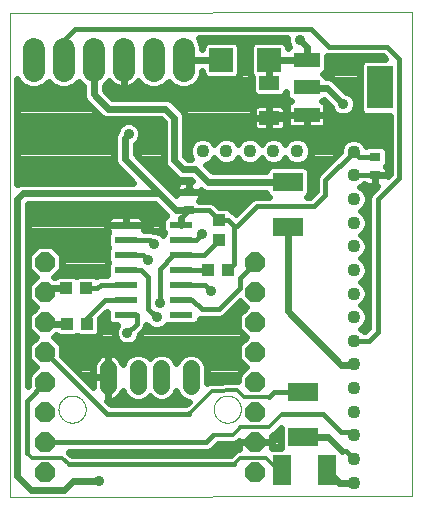
<source format=gbl>
G75*
%MOIN*%
%OFA0B0*%
%FSLAX25Y25*%
%IPPOS*%
%LPD*%
%AMOC8*
5,1,8,0,0,1.08239X$1,22.5*
%
%ADD10C,0.00000*%
%ADD11R,0.10000X0.06000*%
%ADD12R,0.06000X0.10000*%
%ADD13R,0.03800X0.03000*%
%ADD14R,0.06700X0.04500*%
%ADD15R,0.07874X0.07874*%
%ADD16R,0.08800X0.04800*%
%ADD17R,0.08661X0.14173*%
%ADD18R,0.04331X0.03937*%
%ADD19R,0.03937X0.04331*%
%ADD20C,0.04362*%
%ADD21OC8,0.06600*%
%ADD22R,0.07800X0.02200*%
%ADD23C,0.05740*%
%ADD24C,0.07400*%
%ADD25C,0.01600*%
%ADD26C,0.03562*%
%ADD27C,0.02400*%
%ADD28C,0.01200*%
D10*
X0002200Y0012366D02*
X0002200Y0173783D01*
X0136255Y0173980D01*
X0136255Y0012563D01*
X0002200Y0012366D01*
X0018341Y0041618D02*
X0018343Y0041752D01*
X0018349Y0041886D01*
X0018359Y0042020D01*
X0018373Y0042154D01*
X0018391Y0042287D01*
X0018412Y0042419D01*
X0018438Y0042551D01*
X0018468Y0042682D01*
X0018501Y0042812D01*
X0018538Y0042940D01*
X0018580Y0043068D01*
X0018624Y0043195D01*
X0018673Y0043320D01*
X0018725Y0043443D01*
X0018781Y0043565D01*
X0018841Y0043686D01*
X0018904Y0043804D01*
X0018970Y0043921D01*
X0019040Y0044035D01*
X0019113Y0044148D01*
X0019190Y0044258D01*
X0019270Y0044366D01*
X0019353Y0044471D01*
X0019439Y0044574D01*
X0019528Y0044674D01*
X0019620Y0044772D01*
X0019715Y0044867D01*
X0019813Y0044959D01*
X0019913Y0045048D01*
X0020016Y0045134D01*
X0020121Y0045217D01*
X0020229Y0045297D01*
X0020339Y0045374D01*
X0020452Y0045447D01*
X0020566Y0045517D01*
X0020683Y0045583D01*
X0020801Y0045646D01*
X0020922Y0045706D01*
X0021044Y0045762D01*
X0021167Y0045814D01*
X0021292Y0045863D01*
X0021419Y0045907D01*
X0021547Y0045949D01*
X0021675Y0045986D01*
X0021805Y0046019D01*
X0021936Y0046049D01*
X0022068Y0046075D01*
X0022200Y0046096D01*
X0022333Y0046114D01*
X0022467Y0046128D01*
X0022601Y0046138D01*
X0022735Y0046144D01*
X0022869Y0046146D01*
X0023003Y0046144D01*
X0023137Y0046138D01*
X0023271Y0046128D01*
X0023405Y0046114D01*
X0023538Y0046096D01*
X0023670Y0046075D01*
X0023802Y0046049D01*
X0023933Y0046019D01*
X0024063Y0045986D01*
X0024191Y0045949D01*
X0024319Y0045907D01*
X0024446Y0045863D01*
X0024571Y0045814D01*
X0024694Y0045762D01*
X0024816Y0045706D01*
X0024937Y0045646D01*
X0025055Y0045583D01*
X0025172Y0045517D01*
X0025286Y0045447D01*
X0025399Y0045374D01*
X0025509Y0045297D01*
X0025617Y0045217D01*
X0025722Y0045134D01*
X0025825Y0045048D01*
X0025925Y0044959D01*
X0026023Y0044867D01*
X0026118Y0044772D01*
X0026210Y0044674D01*
X0026299Y0044574D01*
X0026385Y0044471D01*
X0026468Y0044366D01*
X0026548Y0044258D01*
X0026625Y0044148D01*
X0026698Y0044035D01*
X0026768Y0043921D01*
X0026834Y0043804D01*
X0026897Y0043686D01*
X0026957Y0043565D01*
X0027013Y0043443D01*
X0027065Y0043320D01*
X0027114Y0043195D01*
X0027158Y0043068D01*
X0027200Y0042940D01*
X0027237Y0042812D01*
X0027270Y0042682D01*
X0027300Y0042551D01*
X0027326Y0042419D01*
X0027347Y0042287D01*
X0027365Y0042154D01*
X0027379Y0042020D01*
X0027389Y0041886D01*
X0027395Y0041752D01*
X0027397Y0041618D01*
X0027395Y0041484D01*
X0027389Y0041350D01*
X0027379Y0041216D01*
X0027365Y0041082D01*
X0027347Y0040949D01*
X0027326Y0040817D01*
X0027300Y0040685D01*
X0027270Y0040554D01*
X0027237Y0040424D01*
X0027200Y0040296D01*
X0027158Y0040168D01*
X0027114Y0040041D01*
X0027065Y0039916D01*
X0027013Y0039793D01*
X0026957Y0039671D01*
X0026897Y0039550D01*
X0026834Y0039432D01*
X0026768Y0039315D01*
X0026698Y0039201D01*
X0026625Y0039088D01*
X0026548Y0038978D01*
X0026468Y0038870D01*
X0026385Y0038765D01*
X0026299Y0038662D01*
X0026210Y0038562D01*
X0026118Y0038464D01*
X0026023Y0038369D01*
X0025925Y0038277D01*
X0025825Y0038188D01*
X0025722Y0038102D01*
X0025617Y0038019D01*
X0025509Y0037939D01*
X0025399Y0037862D01*
X0025286Y0037789D01*
X0025172Y0037719D01*
X0025055Y0037653D01*
X0024937Y0037590D01*
X0024816Y0037530D01*
X0024694Y0037474D01*
X0024571Y0037422D01*
X0024446Y0037373D01*
X0024319Y0037329D01*
X0024191Y0037287D01*
X0024063Y0037250D01*
X0023933Y0037217D01*
X0023802Y0037187D01*
X0023670Y0037161D01*
X0023538Y0037140D01*
X0023405Y0037122D01*
X0023271Y0037108D01*
X0023137Y0037098D01*
X0023003Y0037092D01*
X0022869Y0037090D01*
X0022735Y0037092D01*
X0022601Y0037098D01*
X0022467Y0037108D01*
X0022333Y0037122D01*
X0022200Y0037140D01*
X0022068Y0037161D01*
X0021936Y0037187D01*
X0021805Y0037217D01*
X0021675Y0037250D01*
X0021547Y0037287D01*
X0021419Y0037329D01*
X0021292Y0037373D01*
X0021167Y0037422D01*
X0021044Y0037474D01*
X0020922Y0037530D01*
X0020801Y0037590D01*
X0020683Y0037653D01*
X0020566Y0037719D01*
X0020452Y0037789D01*
X0020339Y0037862D01*
X0020229Y0037939D01*
X0020121Y0038019D01*
X0020016Y0038102D01*
X0019913Y0038188D01*
X0019813Y0038277D01*
X0019715Y0038369D01*
X0019620Y0038464D01*
X0019528Y0038562D01*
X0019439Y0038662D01*
X0019353Y0038765D01*
X0019270Y0038870D01*
X0019190Y0038978D01*
X0019113Y0039088D01*
X0019040Y0039201D01*
X0018970Y0039315D01*
X0018904Y0039432D01*
X0018841Y0039550D01*
X0018781Y0039671D01*
X0018725Y0039793D01*
X0018673Y0039916D01*
X0018624Y0040041D01*
X0018580Y0040168D01*
X0018538Y0040296D01*
X0018501Y0040424D01*
X0018468Y0040554D01*
X0018438Y0040685D01*
X0018412Y0040817D01*
X0018391Y0040949D01*
X0018373Y0041082D01*
X0018359Y0041216D01*
X0018349Y0041350D01*
X0018343Y0041484D01*
X0018341Y0041618D01*
X0070074Y0041618D02*
X0070076Y0041752D01*
X0070082Y0041886D01*
X0070092Y0042020D01*
X0070106Y0042154D01*
X0070124Y0042287D01*
X0070145Y0042419D01*
X0070171Y0042551D01*
X0070201Y0042682D01*
X0070234Y0042812D01*
X0070271Y0042940D01*
X0070313Y0043068D01*
X0070357Y0043195D01*
X0070406Y0043320D01*
X0070458Y0043443D01*
X0070514Y0043565D01*
X0070574Y0043686D01*
X0070637Y0043804D01*
X0070703Y0043921D01*
X0070773Y0044035D01*
X0070846Y0044148D01*
X0070923Y0044258D01*
X0071003Y0044366D01*
X0071086Y0044471D01*
X0071172Y0044574D01*
X0071261Y0044674D01*
X0071353Y0044772D01*
X0071448Y0044867D01*
X0071546Y0044959D01*
X0071646Y0045048D01*
X0071749Y0045134D01*
X0071854Y0045217D01*
X0071962Y0045297D01*
X0072072Y0045374D01*
X0072185Y0045447D01*
X0072299Y0045517D01*
X0072416Y0045583D01*
X0072534Y0045646D01*
X0072655Y0045706D01*
X0072777Y0045762D01*
X0072900Y0045814D01*
X0073025Y0045863D01*
X0073152Y0045907D01*
X0073280Y0045949D01*
X0073408Y0045986D01*
X0073538Y0046019D01*
X0073669Y0046049D01*
X0073801Y0046075D01*
X0073933Y0046096D01*
X0074066Y0046114D01*
X0074200Y0046128D01*
X0074334Y0046138D01*
X0074468Y0046144D01*
X0074602Y0046146D01*
X0074736Y0046144D01*
X0074870Y0046138D01*
X0075004Y0046128D01*
X0075138Y0046114D01*
X0075271Y0046096D01*
X0075403Y0046075D01*
X0075535Y0046049D01*
X0075666Y0046019D01*
X0075796Y0045986D01*
X0075924Y0045949D01*
X0076052Y0045907D01*
X0076179Y0045863D01*
X0076304Y0045814D01*
X0076427Y0045762D01*
X0076549Y0045706D01*
X0076670Y0045646D01*
X0076788Y0045583D01*
X0076905Y0045517D01*
X0077019Y0045447D01*
X0077132Y0045374D01*
X0077242Y0045297D01*
X0077350Y0045217D01*
X0077455Y0045134D01*
X0077558Y0045048D01*
X0077658Y0044959D01*
X0077756Y0044867D01*
X0077851Y0044772D01*
X0077943Y0044674D01*
X0078032Y0044574D01*
X0078118Y0044471D01*
X0078201Y0044366D01*
X0078281Y0044258D01*
X0078358Y0044148D01*
X0078431Y0044035D01*
X0078501Y0043921D01*
X0078567Y0043804D01*
X0078630Y0043686D01*
X0078690Y0043565D01*
X0078746Y0043443D01*
X0078798Y0043320D01*
X0078847Y0043195D01*
X0078891Y0043068D01*
X0078933Y0042940D01*
X0078970Y0042812D01*
X0079003Y0042682D01*
X0079033Y0042551D01*
X0079059Y0042419D01*
X0079080Y0042287D01*
X0079098Y0042154D01*
X0079112Y0042020D01*
X0079122Y0041886D01*
X0079128Y0041752D01*
X0079130Y0041618D01*
X0079128Y0041484D01*
X0079122Y0041350D01*
X0079112Y0041216D01*
X0079098Y0041082D01*
X0079080Y0040949D01*
X0079059Y0040817D01*
X0079033Y0040685D01*
X0079003Y0040554D01*
X0078970Y0040424D01*
X0078933Y0040296D01*
X0078891Y0040168D01*
X0078847Y0040041D01*
X0078798Y0039916D01*
X0078746Y0039793D01*
X0078690Y0039671D01*
X0078630Y0039550D01*
X0078567Y0039432D01*
X0078501Y0039315D01*
X0078431Y0039201D01*
X0078358Y0039088D01*
X0078281Y0038978D01*
X0078201Y0038870D01*
X0078118Y0038765D01*
X0078032Y0038662D01*
X0077943Y0038562D01*
X0077851Y0038464D01*
X0077756Y0038369D01*
X0077658Y0038277D01*
X0077558Y0038188D01*
X0077455Y0038102D01*
X0077350Y0038019D01*
X0077242Y0037939D01*
X0077132Y0037862D01*
X0077019Y0037789D01*
X0076905Y0037719D01*
X0076788Y0037653D01*
X0076670Y0037590D01*
X0076549Y0037530D01*
X0076427Y0037474D01*
X0076304Y0037422D01*
X0076179Y0037373D01*
X0076052Y0037329D01*
X0075924Y0037287D01*
X0075796Y0037250D01*
X0075666Y0037217D01*
X0075535Y0037187D01*
X0075403Y0037161D01*
X0075271Y0037140D01*
X0075138Y0037122D01*
X0075004Y0037108D01*
X0074870Y0037098D01*
X0074736Y0037092D01*
X0074602Y0037090D01*
X0074468Y0037092D01*
X0074334Y0037098D01*
X0074200Y0037108D01*
X0074066Y0037122D01*
X0073933Y0037140D01*
X0073801Y0037161D01*
X0073669Y0037187D01*
X0073538Y0037217D01*
X0073408Y0037250D01*
X0073280Y0037287D01*
X0073152Y0037329D01*
X0073025Y0037373D01*
X0072900Y0037422D01*
X0072777Y0037474D01*
X0072655Y0037530D01*
X0072534Y0037590D01*
X0072416Y0037653D01*
X0072299Y0037719D01*
X0072185Y0037789D01*
X0072072Y0037862D01*
X0071962Y0037939D01*
X0071854Y0038019D01*
X0071749Y0038102D01*
X0071646Y0038188D01*
X0071546Y0038277D01*
X0071448Y0038369D01*
X0071353Y0038464D01*
X0071261Y0038562D01*
X0071172Y0038662D01*
X0071086Y0038765D01*
X0071003Y0038870D01*
X0070923Y0038978D01*
X0070846Y0039088D01*
X0070773Y0039201D01*
X0070703Y0039315D01*
X0070637Y0039432D01*
X0070574Y0039550D01*
X0070514Y0039671D01*
X0070458Y0039793D01*
X0070406Y0039916D01*
X0070357Y0040041D01*
X0070313Y0040168D01*
X0070271Y0040296D01*
X0070234Y0040424D01*
X0070201Y0040554D01*
X0070171Y0040685D01*
X0070145Y0040817D01*
X0070124Y0040949D01*
X0070106Y0041082D01*
X0070092Y0041216D01*
X0070082Y0041350D01*
X0070076Y0041484D01*
X0070074Y0041618D01*
D11*
X0099759Y0047189D03*
X0099759Y0032189D03*
X0094798Y0102465D03*
X0094798Y0117465D03*
D12*
X0092771Y0021343D03*
X0107771Y0021343D03*
D13*
X0061728Y0107849D03*
X0061728Y0114049D03*
X0123932Y0119581D03*
X0123932Y0125781D03*
D14*
X0088617Y0138771D03*
X0088617Y0150371D03*
D15*
X0088420Y0158035D03*
X0072672Y0158035D03*
D16*
X0101063Y0158002D03*
X0101063Y0148902D03*
X0101063Y0139802D03*
D17*
X0125464Y0148902D03*
D18*
X0071728Y0104531D03*
X0071728Y0097839D03*
D19*
X0074877Y0087957D03*
X0068184Y0087957D03*
X0027909Y0070083D03*
X0021216Y0070083D03*
X0020901Y0081894D03*
X0027594Y0081894D03*
D20*
X0066373Y0127642D03*
X0074247Y0127642D03*
X0082121Y0127642D03*
X0089995Y0127642D03*
X0097869Y0127642D03*
X0116767Y0127366D03*
X0116767Y0119492D03*
X0116767Y0111618D03*
X0116767Y0103744D03*
X0116767Y0095870D03*
X0116767Y0087996D03*
X0116767Y0080122D03*
X0116767Y0072248D03*
X0116767Y0064374D03*
X0116767Y0056500D03*
X0116767Y0048626D03*
X0116767Y0040752D03*
X0116767Y0032878D03*
X0116767Y0025004D03*
X0116767Y0017130D03*
D21*
X0083932Y0020555D03*
X0083932Y0030555D03*
X0083932Y0040555D03*
X0083932Y0050555D03*
X0083932Y0060555D03*
X0083932Y0070555D03*
X0083932Y0080555D03*
X0083932Y0090555D03*
X0013932Y0090555D03*
X0013932Y0080555D03*
X0013932Y0070555D03*
X0013932Y0060555D03*
X0013932Y0050555D03*
X0013932Y0040555D03*
X0013932Y0030555D03*
X0013932Y0020555D03*
D22*
X0040695Y0072996D03*
X0040695Y0077996D03*
X0040695Y0082996D03*
X0040695Y0087996D03*
X0040695Y0092996D03*
X0040695Y0097996D03*
X0040695Y0102996D03*
X0059295Y0102996D03*
X0059295Y0097996D03*
X0059295Y0092996D03*
X0059295Y0087996D03*
X0059295Y0082996D03*
X0059295Y0077996D03*
X0059295Y0072996D03*
D23*
X0062515Y0055157D02*
X0062515Y0049417D01*
X0052672Y0049417D02*
X0052672Y0055157D01*
X0044798Y0055157D02*
X0044798Y0049417D01*
X0034956Y0049417D02*
X0034956Y0055157D01*
D24*
X0030074Y0154335D02*
X0030074Y0161735D01*
X0020074Y0161735D02*
X0020074Y0154335D01*
X0010074Y0154335D02*
X0010074Y0161735D01*
X0040074Y0161735D02*
X0040074Y0154335D01*
X0050074Y0154335D02*
X0050074Y0161735D01*
X0060074Y0161735D02*
X0060074Y0154335D01*
D25*
X0084641Y0109256D02*
X0077909Y0102524D01*
X0077003Y0102524D01*
X0074995Y0104531D01*
X0071728Y0104531D01*
X0068410Y0107849D01*
X0061728Y0107849D01*
X0059295Y0105417D01*
X0059295Y0097996D02*
X0064129Y0097996D01*
X0066019Y0099886D01*
X0071728Y0097839D02*
X0066885Y0092996D01*
X0059295Y0092996D01*
X0056609Y0092996D01*
X0052082Y0088469D01*
X0052082Y0077012D01*
X0048224Y0075083D02*
X0051137Y0072169D01*
X0048224Y0075083D02*
X0048224Y0085555D01*
X0045783Y0087996D01*
X0040695Y0087996D01*
X0040656Y0083035D02*
X0032357Y0083035D01*
X0031216Y0081894D01*
X0027594Y0081894D01*
X0033932Y0078075D02*
X0027909Y0072051D01*
X0027909Y0070083D01*
X0033932Y0078075D02*
X0040617Y0078075D01*
X0040695Y0077996D01*
X0040695Y0072996D02*
X0044365Y0072996D01*
X0044444Y0072917D01*
X0044444Y0070122D01*
X0041334Y0067012D01*
X0040695Y0082996D02*
X0040656Y0083035D01*
X0040695Y0092996D02*
X0046570Y0092996D01*
X0048224Y0091343D01*
X0050113Y0096776D02*
X0048893Y0097996D01*
X0040695Y0097996D01*
X0059295Y0087996D02*
X0059335Y0087957D01*
X0068184Y0087957D01*
X0067082Y0082957D02*
X0059335Y0082957D01*
X0059295Y0082996D01*
X0059335Y0078035D02*
X0059295Y0077996D01*
X0059335Y0078035D02*
X0062987Y0078035D01*
X0066019Y0075004D01*
X0071728Y0075004D01*
X0078775Y0082051D01*
X0078775Y0085398D01*
X0083932Y0090555D01*
X0077003Y0090083D02*
X0077003Y0102524D01*
X0084641Y0109256D02*
X0103578Y0109256D01*
X0107279Y0112957D01*
X0107279Y0117878D01*
X0116767Y0127366D01*
X0118352Y0125781D01*
X0123932Y0125781D01*
X0123932Y0119581D02*
X0123982Y0119531D01*
X0126964Y0119531D01*
X0129169Y0121736D01*
X0129169Y0132996D01*
X0122363Y0139802D01*
X0101063Y0139802D01*
X0116856Y0119581D02*
X0116767Y0119492D01*
X0116856Y0119581D02*
X0123932Y0119581D01*
X0124759Y0111579D02*
X0132003Y0118823D01*
X0132003Y0158193D01*
X0127751Y0162445D01*
X0108460Y0162445D01*
X0102436Y0168469D01*
X0023854Y0168469D01*
X0019838Y0164453D01*
X0019838Y0158272D01*
X0020074Y0158035D01*
X0077003Y0090083D02*
X0074877Y0087957D01*
X0069050Y0081067D02*
X0068972Y0081067D01*
X0067082Y0082957D01*
X0090330Y0047189D02*
X0099759Y0047189D01*
X0106531Y0039925D02*
X0112436Y0034020D01*
X0115625Y0034020D01*
X0116767Y0032878D01*
X0114208Y0027563D02*
X0112791Y0027563D01*
X0114208Y0027563D02*
X0116767Y0025004D01*
X0106531Y0039925D02*
X0092751Y0039925D01*
X0088657Y0045516D02*
X0090330Y0047189D01*
X0099759Y0032189D02*
X0103558Y0032189D01*
X0116767Y0064374D02*
X0121846Y0064374D01*
X0124759Y0067287D01*
X0124759Y0111579D01*
X0069917Y0032839D02*
X0067633Y0030555D01*
X0013932Y0030555D01*
X0007830Y0027012D02*
X0007830Y0044453D01*
X0013932Y0050555D01*
X0013932Y0060555D02*
X0034444Y0040043D01*
X0061846Y0040043D01*
X0062003Y0040201D01*
X0076728Y0023193D02*
X0021688Y0023193D01*
D26*
X0031964Y0017799D03*
X0041334Y0067012D03*
X0051137Y0072169D03*
X0052082Y0077012D03*
X0048224Y0091343D03*
X0050113Y0096776D03*
X0051216Y0107169D03*
X0055704Y0118626D03*
X0051413Y0130909D03*
X0041767Y0133350D03*
X0021452Y0099925D03*
X0066019Y0099886D03*
X0069050Y0081067D03*
X0113224Y0143350D03*
X0098735Y0164728D03*
D27*
X0101063Y0162401D01*
X0101063Y0158002D01*
X0101029Y0158035D01*
X0088420Y0158035D01*
X0088617Y0157839D01*
X0088617Y0150371D01*
X0084790Y0145721D02*
X0092445Y0145721D01*
X0093327Y0146086D01*
X0094002Y0146761D01*
X0094263Y0147392D01*
X0094263Y0146024D01*
X0094628Y0145142D01*
X0095303Y0144467D01*
X0095820Y0144253D01*
X0095814Y0144252D01*
X0095312Y0143962D01*
X0094903Y0143552D01*
X0094613Y0143051D01*
X0094463Y0142491D01*
X0094463Y0139802D01*
X0101063Y0139802D01*
X0107663Y0139802D01*
X0107663Y0142491D01*
X0107513Y0143051D01*
X0107223Y0143552D01*
X0106814Y0143962D01*
X0106312Y0144252D01*
X0106306Y0144253D01*
X0106822Y0144467D01*
X0106919Y0144564D01*
X0109098Y0142385D01*
X0109679Y0140982D01*
X0110855Y0139806D01*
X0112392Y0139169D01*
X0114055Y0139169D01*
X0115592Y0139806D01*
X0116768Y0140982D01*
X0117405Y0142519D01*
X0117405Y0144182D01*
X0116768Y0145719D01*
X0115592Y0146895D01*
X0114189Y0147476D01*
X0109909Y0151757D01*
X0108585Y0152305D01*
X0107645Y0152305D01*
X0107498Y0152661D01*
X0106822Y0153336D01*
X0106544Y0153452D01*
X0106822Y0153567D01*
X0107498Y0154242D01*
X0107863Y0155124D01*
X0107863Y0159245D01*
X0126426Y0159245D01*
X0127282Y0158388D01*
X0120656Y0158388D01*
X0119774Y0158023D01*
X0119098Y0157348D01*
X0118733Y0156466D01*
X0118733Y0141338D01*
X0119098Y0140455D01*
X0119774Y0139780D01*
X0120656Y0139415D01*
X0128803Y0139415D01*
X0128803Y0120148D01*
X0128032Y0119377D01*
X0128032Y0119581D01*
X0123932Y0119581D01*
X0123932Y0119581D01*
X0123932Y0115881D01*
X0121743Y0115881D01*
X0121183Y0116031D01*
X0120681Y0116321D01*
X0120272Y0116730D01*
X0120229Y0116804D01*
X0120109Y0116638D01*
X0119621Y0116150D01*
X0119063Y0115745D01*
X0118934Y0115679D01*
X0119362Y0115502D01*
X0120651Y0114213D01*
X0121348Y0112529D01*
X0121348Y0110707D01*
X0120651Y0109023D01*
X0119362Y0107734D01*
X0119233Y0107681D01*
X0119362Y0107628D01*
X0120651Y0106339D01*
X0121348Y0104655D01*
X0121348Y0102833D01*
X0120651Y0101149D01*
X0119362Y0099860D01*
X0119233Y0099807D01*
X0119362Y0099754D01*
X0120651Y0098465D01*
X0121348Y0096781D01*
X0121348Y0094959D01*
X0120651Y0093275D01*
X0119362Y0091986D01*
X0119233Y0091933D01*
X0119362Y0091880D01*
X0120651Y0090591D01*
X0121348Y0088907D01*
X0121348Y0087085D01*
X0120651Y0085401D01*
X0119362Y0084112D01*
X0119233Y0084059D01*
X0119362Y0084006D01*
X0120651Y0082717D01*
X0121348Y0081033D01*
X0121348Y0079211D01*
X0120651Y0077527D01*
X0119362Y0076238D01*
X0119233Y0076185D01*
X0119362Y0076132D01*
X0120651Y0074843D01*
X0121348Y0073159D01*
X0121348Y0071337D01*
X0120651Y0069653D01*
X0119362Y0068364D01*
X0119233Y0068311D01*
X0119362Y0068258D01*
X0120046Y0067574D01*
X0120520Y0067574D01*
X0121559Y0068613D01*
X0121559Y0110942D01*
X0121559Y0112215D01*
X0122046Y0113391D01*
X0124536Y0115881D01*
X0123932Y0115881D01*
X0123932Y0119581D01*
X0123932Y0119581D01*
X0128032Y0119581D01*
X0128032Y0121371D01*
X0127882Y0121930D01*
X0127593Y0122432D01*
X0127485Y0122540D01*
X0127867Y0122922D01*
X0128232Y0123804D01*
X0128232Y0127758D01*
X0127867Y0128641D01*
X0127192Y0129316D01*
X0126310Y0129681D01*
X0121555Y0129681D01*
X0120882Y0129402D01*
X0120651Y0129961D01*
X0119362Y0131250D01*
X0117678Y0131947D01*
X0115856Y0131947D01*
X0114172Y0131250D01*
X0112883Y0129961D01*
X0112186Y0128277D01*
X0112186Y0127311D01*
X0105466Y0120591D01*
X0104566Y0119691D01*
X0104079Y0118514D01*
X0104079Y0114282D01*
X0102252Y0112456D01*
X0101184Y0112456D01*
X0101833Y0113105D01*
X0102198Y0113987D01*
X0102198Y0120942D01*
X0101833Y0121824D01*
X0101158Y0122499D01*
X0100276Y0122865D01*
X0089321Y0122865D01*
X0088439Y0122499D01*
X0087764Y0121824D01*
X0087398Y0120942D01*
X0087398Y0120877D01*
X0075836Y0120924D01*
X0075829Y0120927D01*
X0075120Y0120927D01*
X0074412Y0120930D01*
X0074405Y0120927D01*
X0069715Y0120927D01*
X0067494Y0123147D01*
X0068968Y0123758D01*
X0070257Y0125047D01*
X0070310Y0125176D01*
X0070364Y0125047D01*
X0071652Y0123758D01*
X0073336Y0123061D01*
X0075158Y0123061D01*
X0076842Y0123758D01*
X0078131Y0125047D01*
X0078184Y0125176D01*
X0078238Y0125047D01*
X0079526Y0123758D01*
X0081210Y0123061D01*
X0083032Y0123061D01*
X0084716Y0123758D01*
X0086005Y0125047D01*
X0086058Y0125176D01*
X0086112Y0125047D01*
X0087400Y0123758D01*
X0089084Y0123061D01*
X0090907Y0123061D01*
X0092590Y0123758D01*
X0093879Y0125047D01*
X0093932Y0125176D01*
X0093986Y0125047D01*
X0095274Y0123758D01*
X0096958Y0123061D01*
X0098781Y0123061D01*
X0100464Y0123758D01*
X0101753Y0125047D01*
X0102450Y0126730D01*
X0102450Y0128553D01*
X0101753Y0130237D01*
X0100464Y0131525D01*
X0098781Y0132223D01*
X0096958Y0132223D01*
X0095274Y0131525D01*
X0093986Y0130237D01*
X0093932Y0130108D01*
X0093879Y0130237D01*
X0092590Y0131525D01*
X0090907Y0132223D01*
X0089084Y0132223D01*
X0087400Y0131525D01*
X0086112Y0130237D01*
X0086058Y0130108D01*
X0086005Y0130237D01*
X0084716Y0131525D01*
X0083032Y0132223D01*
X0081210Y0132223D01*
X0079526Y0131525D01*
X0078238Y0130237D01*
X0078184Y0130108D01*
X0078131Y0130237D01*
X0076842Y0131525D01*
X0075158Y0132223D01*
X0073336Y0132223D01*
X0071652Y0131525D01*
X0070364Y0130237D01*
X0070310Y0130108D01*
X0070257Y0130237D01*
X0068968Y0131525D01*
X0067284Y0132223D01*
X0065462Y0132223D01*
X0063778Y0131525D01*
X0062490Y0130237D01*
X0061792Y0128553D01*
X0061792Y0126730D01*
X0062451Y0125139D01*
X0061447Y0125139D01*
X0060603Y0125983D01*
X0060603Y0139460D01*
X0060055Y0140783D01*
X0059042Y0141796D01*
X0055972Y0144867D01*
X0054648Y0145415D01*
X0036290Y0145415D01*
X0033713Y0147991D01*
X0033713Y0149348D01*
X0035245Y0150880D01*
X0035262Y0150921D01*
X0035574Y0150492D01*
X0036230Y0149835D01*
X0036982Y0149289D01*
X0037809Y0148868D01*
X0038692Y0148581D01*
X0039610Y0148435D01*
X0040074Y0148435D01*
X0040538Y0148435D01*
X0041456Y0148581D01*
X0042339Y0148868D01*
X0043166Y0149289D01*
X0043918Y0149835D01*
X0044574Y0150492D01*
X0044886Y0150921D01*
X0044903Y0150880D01*
X0046619Y0149164D01*
X0048861Y0148235D01*
X0051287Y0148235D01*
X0053529Y0149164D01*
X0055074Y0150709D01*
X0056619Y0149164D01*
X0058861Y0148235D01*
X0061287Y0148235D01*
X0063529Y0149164D01*
X0065245Y0150880D01*
X0066174Y0153122D01*
X0066174Y0154435D01*
X0066335Y0154435D01*
X0066335Y0153621D01*
X0066701Y0152739D01*
X0067376Y0152064D01*
X0068258Y0151698D01*
X0077087Y0151698D01*
X0077969Y0152064D01*
X0078644Y0152739D01*
X0079009Y0153621D01*
X0079009Y0162450D01*
X0078644Y0163332D01*
X0077969Y0164007D01*
X0077087Y0164372D01*
X0068258Y0164372D01*
X0067376Y0164007D01*
X0066701Y0163332D01*
X0066335Y0162450D01*
X0066335Y0161635D01*
X0066174Y0161635D01*
X0066174Y0162949D01*
X0065245Y0165191D01*
X0065168Y0165269D01*
X0094554Y0165269D01*
X0094554Y0163897D01*
X0095191Y0162360D01*
X0095209Y0162342D01*
X0094757Y0161890D01*
X0094757Y0162450D01*
X0094392Y0163332D01*
X0093717Y0164007D01*
X0092835Y0164372D01*
X0084006Y0164372D01*
X0083124Y0164007D01*
X0082449Y0163332D01*
X0082083Y0162450D01*
X0082083Y0153621D01*
X0082449Y0152739D01*
X0082867Y0152320D01*
X0082867Y0147643D01*
X0083233Y0146761D01*
X0083908Y0146086D01*
X0084790Y0145721D01*
X0083311Y0146683D02*
X0035022Y0146683D01*
X0033713Y0149081D02*
X0037390Y0149081D01*
X0040074Y0149081D02*
X0040074Y0149081D01*
X0040074Y0148435D02*
X0040074Y0158035D01*
X0040074Y0158035D01*
X0040074Y0148435D01*
X0040074Y0151480D02*
X0040074Y0151480D01*
X0040074Y0153878D02*
X0040074Y0153878D01*
X0040074Y0156277D02*
X0040074Y0156277D01*
X0042758Y0149081D02*
X0046819Y0149081D01*
X0053329Y0149081D02*
X0056819Y0149081D01*
X0056554Y0144284D02*
X0095745Y0144284D01*
X0094463Y0141886D02*
X0094008Y0141886D01*
X0094017Y0141870D02*
X0093728Y0142372D01*
X0093318Y0142781D01*
X0092816Y0143071D01*
X0092257Y0143221D01*
X0088617Y0143221D01*
X0084978Y0143221D01*
X0084418Y0143071D01*
X0083916Y0142781D01*
X0083507Y0142372D01*
X0083217Y0141870D01*
X0083067Y0141310D01*
X0083067Y0138771D01*
X0088617Y0138771D01*
X0088617Y0138771D01*
X0088617Y0143221D01*
X0088617Y0138771D01*
X0088617Y0138771D01*
X0083067Y0138771D01*
X0083067Y0136231D01*
X0083217Y0135672D01*
X0083507Y0135170D01*
X0083916Y0134760D01*
X0084418Y0134471D01*
X0084978Y0134321D01*
X0088617Y0134321D01*
X0088617Y0138771D01*
X0089648Y0139802D01*
X0101063Y0139802D01*
X0101063Y0139802D01*
X0101063Y0139802D01*
X0107663Y0139802D01*
X0107663Y0137112D01*
X0107513Y0136552D01*
X0107223Y0136051D01*
X0106814Y0135641D01*
X0106312Y0135352D01*
X0105753Y0135202D01*
X0101063Y0135202D01*
X0101063Y0139801D01*
X0101063Y0139801D01*
X0101063Y0135202D01*
X0096373Y0135202D01*
X0095814Y0135352D01*
X0095312Y0135641D01*
X0094903Y0136051D01*
X0094613Y0136552D01*
X0094463Y0137112D01*
X0094463Y0139802D01*
X0101063Y0139802D01*
X0101063Y0139487D02*
X0101063Y0139487D01*
X0101063Y0137089D02*
X0101063Y0137089D01*
X0094469Y0137089D02*
X0094167Y0137089D01*
X0094167Y0136231D02*
X0094167Y0138771D01*
X0094167Y0141310D01*
X0094017Y0141870D01*
X0094167Y0139487D02*
X0094463Y0139487D01*
X0094167Y0138771D02*
X0088617Y0138771D01*
X0088617Y0138771D01*
X0088617Y0138771D01*
X0088617Y0134321D01*
X0092257Y0134321D01*
X0092816Y0134471D01*
X0093318Y0134760D01*
X0093728Y0135170D01*
X0094017Y0135672D01*
X0094167Y0136231D01*
X0093197Y0134690D02*
X0128803Y0134690D01*
X0128803Y0132292D02*
X0060603Y0132292D01*
X0060603Y0134690D02*
X0084038Y0134690D01*
X0083067Y0137089D02*
X0060603Y0137089D01*
X0060592Y0139487D02*
X0083067Y0139487D01*
X0083226Y0141886D02*
X0058953Y0141886D01*
X0057003Y0138744D02*
X0057003Y0124492D01*
X0059956Y0121539D01*
X0064011Y0121539D01*
X0068224Y0117327D01*
X0075113Y0117327D01*
X0094582Y0117248D01*
X0094798Y0117465D01*
X0088918Y0122698D02*
X0067944Y0122698D01*
X0070277Y0125096D02*
X0070343Y0125096D01*
X0062347Y0129893D02*
X0060603Y0129893D01*
X0060603Y0127495D02*
X0061792Y0127495D01*
X0056105Y0120299D02*
X0050264Y0120299D01*
X0052662Y0117901D02*
X0062559Y0117901D01*
X0062520Y0117939D02*
X0062710Y0117749D01*
X0061728Y0117749D01*
X0061728Y0114049D01*
X0065828Y0114049D01*
X0065828Y0114632D01*
X0066184Y0114275D01*
X0067508Y0113727D01*
X0075107Y0113727D01*
X0087527Y0113677D01*
X0087764Y0113105D01*
X0088413Y0112456D01*
X0084004Y0112456D01*
X0082828Y0111969D01*
X0077456Y0106596D01*
X0076808Y0107244D01*
X0076053Y0107557D01*
X0075928Y0107859D01*
X0075252Y0108535D01*
X0074370Y0108900D01*
X0071885Y0108900D01*
X0070223Y0110562D01*
X0069047Y0111049D01*
X0065322Y0111049D01*
X0065280Y0111090D01*
X0065388Y0111198D01*
X0065678Y0111700D01*
X0065828Y0112259D01*
X0065828Y0114049D01*
X0061728Y0114049D01*
X0061728Y0114049D01*
X0061727Y0114049D01*
X0061727Y0114049D01*
X0057628Y0114049D01*
X0057628Y0115838D01*
X0057777Y0116398D01*
X0058067Y0116900D01*
X0058477Y0117309D01*
X0058978Y0117599D01*
X0059538Y0117749D01*
X0061727Y0117749D01*
X0061727Y0114049D01*
X0057628Y0114049D01*
X0057628Y0112935D01*
X0054976Y0115586D01*
X0054976Y0115586D01*
X0044028Y0126534D01*
X0044028Y0129762D01*
X0044135Y0129806D01*
X0045311Y0130982D01*
X0045948Y0132519D01*
X0045948Y0134182D01*
X0045311Y0135719D01*
X0044135Y0136895D01*
X0042599Y0137531D01*
X0040935Y0137531D01*
X0039399Y0136895D01*
X0038222Y0135719D01*
X0037641Y0134316D01*
X0037376Y0134051D01*
X0036828Y0132728D01*
X0036828Y0124327D01*
X0037376Y0123004D01*
X0038389Y0121991D01*
X0043233Y0117147D01*
X0005736Y0117147D01*
X0004600Y0116677D01*
X0004600Y0151611D01*
X0004903Y0150880D01*
X0006619Y0149164D01*
X0008861Y0148235D01*
X0011287Y0148235D01*
X0013529Y0149164D01*
X0015074Y0150709D01*
X0016619Y0149164D01*
X0018861Y0148235D01*
X0021287Y0148235D01*
X0023529Y0149164D01*
X0025074Y0150709D01*
X0026513Y0149269D01*
X0026513Y0145784D01*
X0027061Y0144461D01*
X0032759Y0138763D01*
X0034082Y0138215D01*
X0052441Y0138215D01*
X0053403Y0137253D01*
X0053403Y0123776D01*
X0053951Y0122453D01*
X0056904Y0119500D01*
X0057917Y0118487D01*
X0059240Y0117939D01*
X0062520Y0117939D01*
X0061727Y0115502D02*
X0061728Y0115502D01*
X0057628Y0115502D02*
X0055061Y0115502D01*
X0057459Y0113104D02*
X0057628Y0113104D01*
X0057623Y0107849D02*
X0051924Y0113547D01*
X0040428Y0125043D01*
X0040428Y0132012D01*
X0041767Y0133350D01*
X0043668Y0137089D02*
X0053403Y0137089D01*
X0053403Y0134690D02*
X0045738Y0134690D01*
X0045854Y0132292D02*
X0053403Y0132292D01*
X0053403Y0129893D02*
X0044223Y0129893D01*
X0044028Y0127495D02*
X0053403Y0127495D01*
X0053403Y0125096D02*
X0045467Y0125096D01*
X0047865Y0122698D02*
X0053850Y0122698D01*
X0051924Y0113547D02*
X0006452Y0113547D01*
X0004444Y0111539D01*
X0004444Y0019295D01*
X0009050Y0014689D01*
X0020074Y0014689D01*
X0023184Y0017799D01*
X0031964Y0017799D01*
X0022731Y0026393D02*
X0021987Y0027136D01*
X0021769Y0027355D01*
X0068270Y0027355D01*
X0069446Y0027842D01*
X0071678Y0030075D01*
X0076970Y0030075D01*
X0078073Y0030532D01*
X0078432Y0030891D01*
X0078432Y0030555D01*
X0078432Y0028358D01*
X0078296Y0028358D01*
X0077194Y0027902D01*
X0075685Y0026393D01*
X0022731Y0026393D01*
X0022367Y0026757D02*
X0076049Y0026757D01*
X0078432Y0029156D02*
X0070759Y0029156D01*
X0078432Y0030555D02*
X0083932Y0030555D01*
X0083932Y0030555D01*
X0078432Y0030555D01*
X0083932Y0030555D02*
X0089432Y0030555D01*
X0083932Y0030555D01*
X0083932Y0030555D01*
X0089432Y0030555D02*
X0089432Y0028743D01*
X0092359Y0028743D01*
X0092359Y0035195D01*
X0091132Y0033922D01*
X0091121Y0033895D01*
X0090719Y0033493D01*
X0090324Y0033083D01*
X0090298Y0033072D01*
X0090277Y0033051D01*
X0089751Y0032833D01*
X0089432Y0032694D01*
X0089432Y0030555D01*
X0089432Y0031554D02*
X0092359Y0031554D01*
X0092359Y0029156D02*
X0089432Y0029156D01*
X0091162Y0033953D02*
X0092359Y0033953D01*
X0103558Y0032189D02*
X0108165Y0032189D01*
X0112791Y0027563D01*
X0107771Y0021343D02*
X0111983Y0017130D01*
X0116767Y0017130D01*
X0116649Y0056382D02*
X0112633Y0056382D01*
X0094798Y0074217D01*
X0094798Y0102465D01*
X0087765Y0113104D02*
X0065828Y0113104D01*
X0069877Y0110705D02*
X0081565Y0110705D01*
X0079166Y0108307D02*
X0075480Y0108307D01*
X0061728Y0107849D02*
X0057623Y0107849D01*
X0059295Y0105417D02*
X0059295Y0102996D01*
X0054187Y0106193D02*
X0054036Y0106131D01*
X0053361Y0105456D01*
X0052995Y0104573D01*
X0052995Y0101419D01*
X0053361Y0100537D01*
X0053401Y0100496D01*
X0053361Y0100456D01*
X0053064Y0099738D01*
X0052482Y0100320D01*
X0050945Y0100957D01*
X0050107Y0100957D01*
X0049529Y0101196D01*
X0046685Y0101196D01*
X0046795Y0101606D01*
X0046795Y0102996D01*
X0040695Y0102996D01*
X0034595Y0102996D01*
X0034595Y0101606D01*
X0034745Y0101047D01*
X0034967Y0100662D01*
X0034761Y0100456D01*
X0034395Y0099573D01*
X0034395Y0096419D01*
X0034761Y0095537D01*
X0034801Y0095496D01*
X0034761Y0095456D01*
X0034395Y0094573D01*
X0034395Y0091419D01*
X0034761Y0090537D01*
X0034801Y0090496D01*
X0034761Y0090456D01*
X0034395Y0089573D01*
X0034395Y0086419D01*
X0034471Y0086235D01*
X0031721Y0086235D01*
X0031056Y0085960D01*
X0030922Y0086094D01*
X0030040Y0086459D01*
X0025148Y0086459D01*
X0024266Y0086094D01*
X0024247Y0086075D01*
X0024229Y0086094D01*
X0023347Y0086459D01*
X0018455Y0086459D01*
X0017573Y0086094D01*
X0017014Y0085535D01*
X0016993Y0085555D01*
X0019632Y0088194D01*
X0019632Y0092916D01*
X0016293Y0096255D01*
X0011571Y0096255D01*
X0008232Y0092916D01*
X0008232Y0088194D01*
X0010871Y0085555D01*
X0008232Y0082916D01*
X0008232Y0078194D01*
X0010871Y0075555D01*
X0008232Y0072916D01*
X0008232Y0068194D01*
X0010871Y0065555D01*
X0008232Y0062916D01*
X0008232Y0058194D01*
X0010871Y0055555D01*
X0008232Y0052916D01*
X0008232Y0049381D01*
X0008044Y0049192D01*
X0008044Y0109947D01*
X0050433Y0109947D01*
X0054187Y0106193D01*
X0053813Y0105908D02*
X0045857Y0105908D01*
X0045946Y0105856D02*
X0045444Y0106146D01*
X0044885Y0106296D01*
X0040695Y0106296D01*
X0036506Y0106296D01*
X0035946Y0106146D01*
X0035444Y0105856D01*
X0035035Y0105447D01*
X0034745Y0104945D01*
X0034595Y0104386D01*
X0034595Y0102996D01*
X0040695Y0102996D01*
X0040695Y0102996D01*
X0040695Y0106296D01*
X0040695Y0102996D01*
X0040695Y0102996D01*
X0040695Y0102996D01*
X0046795Y0102996D01*
X0046795Y0104386D01*
X0046645Y0104945D01*
X0046356Y0105447D01*
X0045946Y0105856D01*
X0046795Y0103510D02*
X0052995Y0103510D01*
X0053123Y0101111D02*
X0049735Y0101111D01*
X0052074Y0108307D02*
X0008044Y0108307D01*
X0008044Y0105908D02*
X0035534Y0105908D01*
X0034595Y0103510D02*
X0008044Y0103510D01*
X0008044Y0101111D02*
X0034728Y0101111D01*
X0034395Y0098713D02*
X0008044Y0098713D01*
X0008044Y0096314D02*
X0034439Y0096314D01*
X0034395Y0093916D02*
X0018633Y0093916D01*
X0019632Y0091517D02*
X0034395Y0091517D01*
X0034395Y0089119D02*
X0019632Y0089119D01*
X0018158Y0086720D02*
X0034395Y0086720D01*
X0034395Y0074012D02*
X0034395Y0071419D01*
X0034761Y0070537D01*
X0035436Y0069861D01*
X0036318Y0069496D01*
X0037905Y0069496D01*
X0037789Y0069380D01*
X0037153Y0067843D01*
X0037153Y0066180D01*
X0037789Y0064643D01*
X0038965Y0063467D01*
X0040502Y0062831D01*
X0042166Y0062831D01*
X0043702Y0063467D01*
X0044878Y0064643D01*
X0045515Y0066180D01*
X0045515Y0066667D01*
X0046257Y0067409D01*
X0047157Y0068309D01*
X0047644Y0069486D01*
X0047644Y0069749D01*
X0048769Y0068625D01*
X0050305Y0067988D01*
X0051969Y0067988D01*
X0053505Y0068625D01*
X0054535Y0069655D01*
X0054918Y0069496D01*
X0063673Y0069496D01*
X0064555Y0069861D01*
X0065230Y0070537D01*
X0065595Y0071419D01*
X0065595Y0071804D01*
X0072364Y0071804D01*
X0073540Y0072291D01*
X0074440Y0073191D01*
X0078838Y0077589D01*
X0080871Y0075555D01*
X0078232Y0072916D01*
X0078232Y0068194D01*
X0080871Y0065555D01*
X0078232Y0062916D01*
X0078232Y0058194D01*
X0080871Y0055555D01*
X0078232Y0052916D01*
X0078232Y0050840D01*
X0077941Y0050839D01*
X0077351Y0050839D01*
X0077344Y0050836D01*
X0069635Y0050799D01*
X0069044Y0050799D01*
X0069037Y0050796D01*
X0069030Y0050796D01*
X0068487Y0050568D01*
X0067942Y0050342D01*
X0067936Y0050337D01*
X0067930Y0050334D01*
X0067785Y0050188D01*
X0067785Y0056206D01*
X0066983Y0058143D01*
X0065500Y0059625D01*
X0063563Y0060428D01*
X0061467Y0060428D01*
X0059530Y0059625D01*
X0058047Y0058143D01*
X0057594Y0057048D01*
X0057140Y0058143D01*
X0055658Y0059625D01*
X0053721Y0060428D01*
X0051624Y0060428D01*
X0049687Y0059625D01*
X0048735Y0058673D01*
X0047784Y0059625D01*
X0045847Y0060428D01*
X0043750Y0060428D01*
X0041813Y0059625D01*
X0040331Y0058143D01*
X0039763Y0056771D01*
X0039655Y0057104D01*
X0039292Y0057815D01*
X0038823Y0058460D01*
X0038259Y0059025D01*
X0037613Y0059494D01*
X0036902Y0059856D01*
X0036143Y0060103D01*
X0035355Y0060228D01*
X0034956Y0060228D01*
X0034956Y0052288D01*
X0034956Y0052288D01*
X0034956Y0060228D01*
X0034557Y0060228D01*
X0033769Y0060103D01*
X0033010Y0059856D01*
X0032299Y0059494D01*
X0031653Y0059025D01*
X0031089Y0058460D01*
X0030620Y0057815D01*
X0030257Y0057104D01*
X0030011Y0056345D01*
X0029886Y0055557D01*
X0029886Y0052287D01*
X0029886Y0049127D01*
X0019632Y0059381D01*
X0019632Y0062916D01*
X0016993Y0065555D01*
X0017604Y0066166D01*
X0017888Y0065883D01*
X0018770Y0065517D01*
X0023662Y0065517D01*
X0024544Y0065883D01*
X0024562Y0065901D01*
X0024581Y0065883D01*
X0025463Y0065517D01*
X0030355Y0065517D01*
X0031237Y0065883D01*
X0031912Y0066558D01*
X0032277Y0067440D01*
X0032277Y0071894D01*
X0034395Y0074012D01*
X0034395Y0072329D02*
X0032712Y0072329D01*
X0032277Y0069930D02*
X0035367Y0069930D01*
X0037153Y0067532D02*
X0032277Y0067532D01*
X0037586Y0065133D02*
X0017415Y0065133D01*
X0019632Y0062735D02*
X0078232Y0062735D01*
X0078232Y0060336D02*
X0063783Y0060336D01*
X0061247Y0060336D02*
X0053941Y0060336D01*
X0051404Y0060336D02*
X0046067Y0060336D01*
X0043530Y0060336D02*
X0019632Y0060336D01*
X0021075Y0057938D02*
X0030709Y0057938D01*
X0029886Y0055539D02*
X0023474Y0055539D01*
X0025872Y0053141D02*
X0029886Y0053141D01*
X0029886Y0052287D02*
X0034956Y0052287D01*
X0034956Y0044347D01*
X0035355Y0044347D01*
X0036143Y0044472D01*
X0036902Y0044719D01*
X0037613Y0045081D01*
X0038259Y0045550D01*
X0038823Y0046114D01*
X0039292Y0046760D01*
X0039655Y0047471D01*
X0039763Y0047804D01*
X0040331Y0046432D01*
X0041813Y0044950D01*
X0043750Y0044147D01*
X0045847Y0044147D01*
X0047784Y0044950D01*
X0048735Y0045901D01*
X0049687Y0044950D01*
X0051624Y0044147D01*
X0053721Y0044147D01*
X0055658Y0044950D01*
X0057140Y0046432D01*
X0057594Y0047527D01*
X0058047Y0046432D01*
X0059530Y0044950D01*
X0061467Y0044147D01*
X0061746Y0044147D01*
X0060842Y0043243D01*
X0035770Y0043243D01*
X0034666Y0044347D01*
X0034956Y0044347D01*
X0034956Y0052287D01*
X0034956Y0052287D01*
X0029886Y0052287D01*
X0029886Y0050742D02*
X0028271Y0050742D01*
X0034956Y0050742D02*
X0034956Y0050742D01*
X0034956Y0052287D02*
X0034956Y0052287D01*
X0034956Y0053141D02*
X0034956Y0053141D01*
X0034956Y0055539D02*
X0034956Y0055539D01*
X0034956Y0057938D02*
X0034956Y0057938D01*
X0039203Y0057938D02*
X0040246Y0057938D01*
X0045081Y0065133D02*
X0080450Y0065133D01*
X0078894Y0067532D02*
X0046379Y0067532D01*
X0057225Y0057938D02*
X0057962Y0057938D01*
X0058534Y0045945D02*
X0056653Y0045945D01*
X0061146Y0043547D02*
X0035466Y0043547D01*
X0034956Y0045945D02*
X0034956Y0045945D01*
X0034956Y0048344D02*
X0034956Y0048344D01*
X0038654Y0045945D02*
X0040817Y0045945D01*
X0021216Y0070083D02*
X0014405Y0070083D01*
X0013932Y0070555D01*
X0010044Y0074727D02*
X0008044Y0074727D01*
X0008044Y0072329D02*
X0008232Y0072329D01*
X0008232Y0069930D02*
X0008044Y0069930D01*
X0008044Y0067532D02*
X0008894Y0067532D01*
X0008044Y0065133D02*
X0010450Y0065133D01*
X0008232Y0062735D02*
X0008044Y0062735D01*
X0008044Y0060336D02*
X0008232Y0060336D01*
X0008044Y0057938D02*
X0008489Y0057938D01*
X0008044Y0055539D02*
X0010855Y0055539D01*
X0008457Y0053141D02*
X0008044Y0053141D01*
X0008044Y0050742D02*
X0008232Y0050742D01*
X0008044Y0077126D02*
X0009300Y0077126D01*
X0008232Y0079524D02*
X0008044Y0079524D01*
X0008044Y0081923D02*
X0008232Y0081923D01*
X0008044Y0084321D02*
X0009638Y0084321D01*
X0009706Y0086720D02*
X0008044Y0086720D01*
X0008044Y0089119D02*
X0008232Y0089119D01*
X0008232Y0091517D02*
X0008044Y0091517D01*
X0008044Y0093916D02*
X0009232Y0093916D01*
X0015271Y0081894D02*
X0020901Y0081894D01*
X0015271Y0081894D02*
X0013932Y0080555D01*
X0040695Y0103510D02*
X0040695Y0103510D01*
X0040695Y0105908D02*
X0040695Y0105908D01*
X0042480Y0117901D02*
X0004600Y0117901D01*
X0004600Y0120299D02*
X0040081Y0120299D01*
X0037683Y0122698D02*
X0004600Y0122698D01*
X0004600Y0125096D02*
X0036828Y0125096D01*
X0036828Y0127495D02*
X0004600Y0127495D01*
X0004600Y0129893D02*
X0036828Y0129893D01*
X0036828Y0132292D02*
X0004600Y0132292D01*
X0004600Y0134690D02*
X0037796Y0134690D01*
X0039866Y0137089D02*
X0004600Y0137089D01*
X0004600Y0139487D02*
X0032035Y0139487D01*
X0029636Y0141886D02*
X0004600Y0141886D01*
X0004600Y0144284D02*
X0027238Y0144284D01*
X0026513Y0146683D02*
X0004600Y0146683D01*
X0004600Y0149081D02*
X0006819Y0149081D01*
X0004654Y0151480D02*
X0004600Y0151480D01*
X0013329Y0149081D02*
X0016819Y0149081D01*
X0023329Y0149081D02*
X0026513Y0149081D01*
X0030113Y0146500D02*
X0034798Y0141815D01*
X0053932Y0141815D01*
X0057003Y0138744D01*
X0063329Y0149081D02*
X0082867Y0149081D01*
X0082867Y0151480D02*
X0065494Y0151480D01*
X0066174Y0153878D02*
X0066335Y0153878D01*
X0060074Y0158035D02*
X0072672Y0158035D01*
X0066841Y0163472D02*
X0065957Y0163472D01*
X0078504Y0163472D02*
X0082589Y0163472D01*
X0082083Y0161074D02*
X0079009Y0161074D01*
X0079009Y0158675D02*
X0082083Y0158675D01*
X0082083Y0156277D02*
X0079009Y0156277D01*
X0079009Y0153878D02*
X0082083Y0153878D01*
X0088617Y0141886D02*
X0088617Y0141886D01*
X0088617Y0139487D02*
X0088617Y0139487D01*
X0088617Y0138771D02*
X0094167Y0138771D01*
X0088617Y0137089D02*
X0088617Y0137089D01*
X0088617Y0134690D02*
X0088617Y0134690D01*
X0086091Y0125096D02*
X0086025Y0125096D01*
X0093899Y0125096D02*
X0093965Y0125096D01*
X0100679Y0122698D02*
X0107573Y0122698D01*
X0109971Y0125096D02*
X0101773Y0125096D01*
X0102450Y0127495D02*
X0112186Y0127495D01*
X0112855Y0129893D02*
X0101895Y0129893D01*
X0107657Y0137089D02*
X0128803Y0137089D01*
X0128803Y0129893D02*
X0120679Y0129893D01*
X0128232Y0127495D02*
X0128803Y0127495D01*
X0128803Y0125096D02*
X0128232Y0125096D01*
X0128803Y0122698D02*
X0127643Y0122698D01*
X0128032Y0120299D02*
X0128803Y0120299D01*
X0123932Y0117901D02*
X0123932Y0117901D01*
X0124157Y0115502D02*
X0119361Y0115502D01*
X0121110Y0113104D02*
X0121927Y0113104D01*
X0121559Y0110705D02*
X0121347Y0110705D01*
X0121559Y0108307D02*
X0119934Y0108307D01*
X0120829Y0105908D02*
X0121559Y0105908D01*
X0121559Y0103510D02*
X0121348Y0103510D01*
X0121559Y0101111D02*
X0120613Y0101111D01*
X0120403Y0098713D02*
X0121559Y0098713D01*
X0121559Y0096314D02*
X0121348Y0096314D01*
X0121559Y0093916D02*
X0120916Y0093916D01*
X0121559Y0091517D02*
X0119725Y0091517D01*
X0121261Y0089119D02*
X0121559Y0089119D01*
X0121559Y0086720D02*
X0121197Y0086720D01*
X0121559Y0084321D02*
X0119571Y0084321D01*
X0120980Y0081923D02*
X0121559Y0081923D01*
X0121559Y0079524D02*
X0121348Y0079524D01*
X0121559Y0077126D02*
X0120249Y0077126D01*
X0120698Y0074727D02*
X0121559Y0074727D01*
X0121559Y0072329D02*
X0121348Y0072329D01*
X0121559Y0069930D02*
X0120765Y0069930D01*
X0116767Y0056500D02*
X0116649Y0056382D01*
X0080856Y0055539D02*
X0067785Y0055539D01*
X0067785Y0053141D02*
X0078457Y0053141D01*
X0078489Y0057938D02*
X0067068Y0057938D01*
X0067785Y0050742D02*
X0068901Y0050742D01*
X0064624Y0069930D02*
X0078232Y0069930D01*
X0078232Y0072329D02*
X0073578Y0072329D01*
X0075977Y0074727D02*
X0080044Y0074727D01*
X0079300Y0077126D02*
X0078375Y0077126D01*
X0101832Y0113104D02*
X0102900Y0113104D01*
X0102198Y0115502D02*
X0104079Y0115502D01*
X0104079Y0117901D02*
X0102198Y0117901D01*
X0102198Y0120299D02*
X0105174Y0120299D01*
X0107663Y0139487D02*
X0111624Y0139487D01*
X0114823Y0139487D02*
X0120481Y0139487D01*
X0118733Y0141886D02*
X0117143Y0141886D01*
X0117362Y0144284D02*
X0118733Y0144284D01*
X0118733Y0146683D02*
X0115804Y0146683D01*
X0118733Y0149081D02*
X0112584Y0149081D01*
X0110185Y0151480D02*
X0118733Y0151480D01*
X0118733Y0153878D02*
X0107134Y0153878D01*
X0107863Y0156277D02*
X0118733Y0156277D01*
X0126995Y0158675D02*
X0107863Y0158675D01*
X0107869Y0148705D02*
X0101260Y0148705D01*
X0106381Y0144284D02*
X0107199Y0144284D01*
X0107663Y0141886D02*
X0109305Y0141886D01*
X0113224Y0143350D02*
X0107869Y0148705D01*
X0094263Y0146683D02*
X0093923Y0146683D01*
X0094252Y0163472D02*
X0094730Y0163472D01*
X0078217Y0125096D02*
X0078151Y0125096D01*
X0030113Y0146500D02*
X0030113Y0157996D01*
X0030074Y0158035D01*
D28*
X0069641Y0047799D02*
X0062043Y0040201D01*
X0062003Y0040201D01*
X0069917Y0033075D02*
X0069917Y0032839D01*
X0069917Y0033075D02*
X0076373Y0033075D01*
X0078696Y0035398D01*
X0078696Y0035555D01*
X0078735Y0035594D02*
X0088578Y0035594D01*
X0092751Y0039925D01*
X0088657Y0045516D02*
X0080231Y0045555D01*
X0077948Y0047839D01*
X0069641Y0047799D01*
X0078893Y0025358D02*
X0076728Y0023193D01*
X0078893Y0025358D02*
X0087397Y0025358D01*
X0091413Y0021343D01*
X0092771Y0021343D01*
X0021688Y0023193D02*
X0019444Y0025437D01*
X0009405Y0025437D01*
X0007830Y0027012D01*
M02*

</source>
